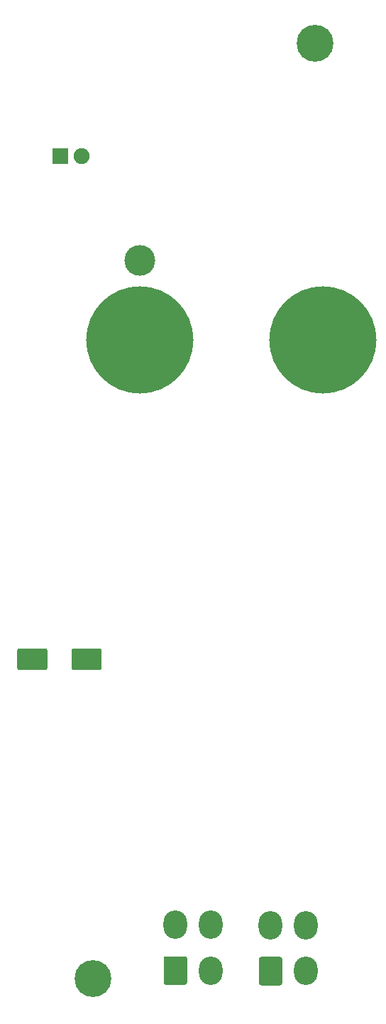
<source format=gbr>
%TF.GenerationSoftware,KiCad,Pcbnew,(5.1.6)-1*%
%TF.CreationDate,2020-12-18T20:13:03+11:00*%
%TF.ProjectId,SIM PWR PCB V2,53494d20-5057-4522-9050-43422056322e,rev?*%
%TF.SameCoordinates,Original*%
%TF.FileFunction,Soldermask,Bot*%
%TF.FilePolarity,Negative*%
%FSLAX46Y46*%
G04 Gerber Fmt 4.6, Leading zero omitted, Abs format (unit mm)*
G04 Created by KiCad (PCBNEW (5.1.6)-1) date 2020-12-18 20:13:03*
%MOMM*%
%LPD*%
G01*
G04 APERTURE LIST*
%ADD10C,12.800000*%
%ADD11C,3.672000*%
%ADD12C,4.400000*%
%ADD13O,2.800000X3.400000*%
%ADD14C,1.900000*%
%ADD15R,1.900000X1.900000*%
G04 APERTURE END LIST*
D10*
%TO.C,4*%
X134677710Y-79638436D03*
X134677710Y-79638436D03*
%TD*%
%TO.C,3*%
X112773636Y-79638436D03*
X112773636Y-79638436D03*
D11*
X112773636Y-70113436D03*
%TD*%
D12*
%TO.C,2*%
X107258014Y-155785745D03*
%TD*%
%TO.C,1*%
X133682342Y-44179111D03*
%TD*%
D13*
%TO.C,J2*%
X121251980Y-149341840D03*
X117051980Y-149341840D03*
X121251980Y-154841840D03*
G36*
G01*
X115651980Y-156282580D02*
X115651980Y-153401100D01*
G75*
G02*
X115911240Y-153141840I259260J0D01*
G01*
X118192720Y-153141840D01*
G75*
G02*
X118451980Y-153401100I0J-259260D01*
G01*
X118451980Y-156282580D01*
G75*
G02*
X118192720Y-156541840I-259260J0D01*
G01*
X115911240Y-156541840D01*
G75*
G02*
X115651980Y-156282580I0J259260D01*
G01*
G37*
%TD*%
%TO.C,J1*%
X132613400Y-149412960D03*
X128413400Y-149412960D03*
X132613400Y-154912960D03*
G36*
G01*
X127013400Y-156353700D02*
X127013400Y-153472220D01*
G75*
G02*
X127272660Y-153212960I259260J0D01*
G01*
X129554140Y-153212960D01*
G75*
G02*
X129813400Y-153472220I0J-259260D01*
G01*
X129813400Y-156353700D01*
G75*
G02*
X129554140Y-156612960I-259260J0D01*
G01*
X127272660Y-156612960D01*
G75*
G02*
X127013400Y-156353700I0J259260D01*
G01*
G37*
%TD*%
D14*
%TO.C,D1*%
X105893000Y-57658000D03*
D15*
X103353000Y-57658000D03*
%TD*%
%TO.C,C1*%
G36*
G01*
X104676000Y-118744000D02*
X104676000Y-116664000D01*
G75*
G02*
X104936000Y-116404000I260000J0D01*
G01*
X108016000Y-116404000D01*
G75*
G02*
X108276000Y-116664000I0J-260000D01*
G01*
X108276000Y-118744000D01*
G75*
G02*
X108016000Y-119004000I-260000J0D01*
G01*
X104936000Y-119004000D01*
G75*
G02*
X104676000Y-118744000I0J260000D01*
G01*
G37*
G36*
G01*
X98176000Y-118744000D02*
X98176000Y-116664000D01*
G75*
G02*
X98436000Y-116404000I260000J0D01*
G01*
X101516000Y-116404000D01*
G75*
G02*
X101776000Y-116664000I0J-260000D01*
G01*
X101776000Y-118744000D01*
G75*
G02*
X101516000Y-119004000I-260000J0D01*
G01*
X98436000Y-119004000D01*
G75*
G02*
X98176000Y-118744000I0J260000D01*
G01*
G37*
%TD*%
M02*

</source>
